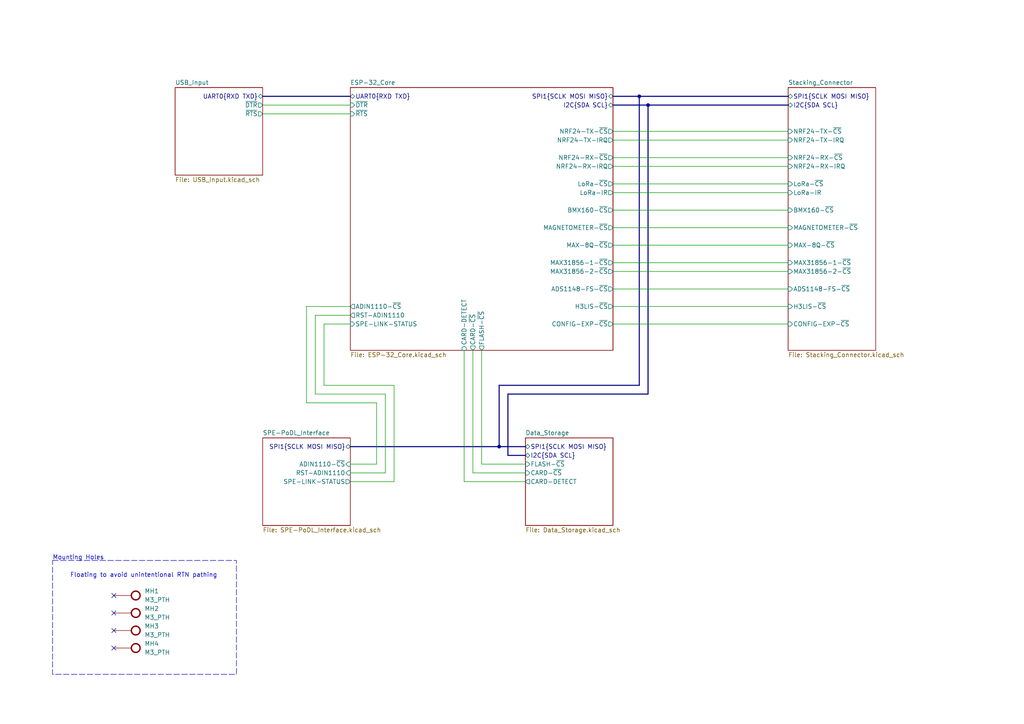
<source format=kicad_sch>
(kicad_sch (version 20230121) (generator eeschema)
  (paper "A4")
  (title_block (title "Overview") (date "2024-01-21") (rev "1.0.1"))
  (lib_symbols
    (symbol "Skyhawkson-Connectors:M3_PTH" (in_bom no)
      (property "Reference" "MH" (at 6.35 1.27 0))
      (property "Value" "M3_PTH" (at 6.35 -2.54 0))
      (symbol "M3_PTH_0_1"
        (circle (center 6.35 0) (radius 1.27) (stroke (width 0.4)))
      )
      (symbol "M3_PTH_1_1"
        (pin passive line (at 0 0 0) (length 5.08) (name "1") (number "1"))
      )
    )
  )
  (junction (at 187.96 30.48))
  (junction (at 144.78 129.54))
  (junction (at 185.42 27.94))
  (no_connect (at 33.02 187.96))
  (no_connect (at 33.02 182.88))
  (no_connect (at 33.02 172.72))
  (no_connect (at 33.02 177.8))
  (wire (pts (xy 177.8 93.98) (xy 228.6 93.98)))
  (wire (pts (xy 93.98 93.98) (xy 93.98 111.76)))
  (wire (pts (xy 177.8 53.34) (xy 228.6 53.34)))
  (wire (pts (xy 114.3 139.7) (xy 101.6 139.7)))
  (wire (pts (xy 177.8 88.9) (xy 228.6 88.9)))
  (wire (pts (xy 177.8 40.64) (xy 228.6 40.64)))
  (bus (pts (xy 185.42 27.94) (xy 228.6 27.94)))
  (bus (pts (xy 144.78 129.54) (xy 152.4 129.54)))
  (wire (pts (xy 134.62 139.7) (xy 152.4 139.7)))
  (wire (pts (xy 177.8 66.04) (xy 228.6 66.04)))
  (wire (pts (xy 137.16 101.6) (xy 137.16 137.16)))
  (wire (pts (xy 91.44 91.44) (xy 91.44 114.3)))
  (wire (pts (xy 101.6 93.98) (xy 93.98 93.98)))
  (wire (pts (xy 177.8 38.1) (xy 228.6 38.1)))
  (bus (pts (xy 147.32 114.3) (xy 147.32 132.08)))
  (wire (pts (xy 88.9 88.9) (xy 88.9 116.84)))
  (bus (pts (xy 76.2 27.94) (xy 101.6 27.94)))
  (wire (pts (xy 88.9 116.84) (xy 109.22 116.84)))
  (bus (pts (xy 101.6 129.54) (xy 144.78 129.54)))
  (wire (pts (xy 177.8 76.2) (xy 228.6 76.2)))
  (wire (pts (xy 109.22 116.84) (xy 109.22 134.62)))
  (wire (pts (xy 91.44 114.3) (xy 111.76 114.3)))
  (wire (pts (xy 101.6 91.44) (xy 91.44 91.44)))
  (wire (pts (xy 177.8 60.96) (xy 228.6 60.96)))
  (wire (pts (xy 177.8 78.74) (xy 228.6 78.74)))
  (bus (pts (xy 144.78 111.76) (xy 144.78 129.54)))
  (bus (pts (xy 144.78 111.76) (xy 185.42 111.76)))
  (wire (pts (xy 88.9 88.9) (xy 101.6 88.9)))
  (wire (pts (xy 134.62 101.6) (xy 134.62 139.7)))
  (bus (pts (xy 177.8 27.94) (xy 185.42 27.94)))
  (wire (pts (xy 93.98 111.76) (xy 114.3 111.76)))
  (wire (pts (xy 111.76 137.16) (xy 101.6 137.16)))
  (bus (pts (xy 187.96 114.3) (xy 147.32 114.3)))
  (wire (pts (xy 137.16 137.16) (xy 152.4 137.16)))
  (wire (pts (xy 177.8 45.72) (xy 228.6 45.72)))
  (wire (pts (xy 76.2 30.48) (xy 101.6 30.48)))
  (bus (pts (xy 177.8 30.48) (xy 187.96 30.48)))
  (wire (pts (xy 109.22 134.62) (xy 101.6 134.62)))
  (bus (pts (xy 187.96 30.48) (xy 187.96 114.3)))
  (bus (pts (xy 187.96 30.48) (xy 228.6 30.48)))
  (wire (pts (xy 177.8 71.12) (xy 228.6 71.12)))
  (wire (pts (xy 177.8 55.88) (xy 228.6 55.88)))
  (wire (pts (xy 177.8 48.26) (xy 228.6 48.26)))
  (wire (pts (xy 76.2 33.02) (xy 101.6 33.02)))
  (bus (pts (xy 147.32 132.08) (xy 152.4 132.08)))
  (wire (pts (xy 177.8 83.82) (xy 228.6 83.82)))
  (wire (pts (xy 139.7 101.6) (xy 139.7 134.62)))
  (wire (pts (xy 139.7 134.62) (xy 152.4 134.62)))
  (wire (pts (xy 111.76 114.3) (xy 111.76 137.16)))
  (bus (pts (xy 185.42 27.94) (xy 185.42 111.76)))
  (wire (pts (xy 114.3 111.76) (xy 114.3 139.7)))
  (rectangle (start 15.24 162.56) (end 68.58 195.58) (stroke (width 0) (type dash)))
  (text "Mounting Holes" (at 15.24 162.56 0) (effects (font (size 1.27 1.27)) (justify left bottom)))
  (text "Floating to avoid unintentional RTN pathing" (at 20.32 167.64 0) (effects (font (size 1.27 1.27)) (justify left bottom)))
  (symbol (lib_id "Skyhawkson-Connectors:M3_PTH") (at 33.02 187.96 0) (unit 1) (in_bom no)
    (property "Reference" "MH4" (at 41.91 186.69 0) (effects (justify left)))
    (property "Value" "M3_PTH" (at 41.91 189.23 0) (effects (justify left)))
    (property "Footprint" "Skyhawkson_Footprints:GENERIC_MH_M3" (effects hide))
  )
  (symbol (lib_id "Skyhawkson-Connectors:M3_PTH") (at 33.02 182.88 0) (unit 1) (in_bom no)
    (property "Reference" "MH3" (at 41.91 181.61 0) (effects (justify left)))
    (property "Value" "M3_PTH" (at 41.91 184.15 0) (effects (justify left)))
    (property "Footprint" "Skyhawkson_Footprints:GENERIC_MH_M3" (effects hide))
  )
  (symbol (lib_id "Skyhawkson-Connectors:M3_PTH") (at 33.02 177.8 0) (unit 1) (in_bom no)
    (property "Reference" "MH2" (at 41.91 176.53 0) (effects (justify left)))
    (property "Value" "M3_PTH" (at 41.91 179.07 0) (effects (justify left)))
    (property "Footprint" "Skyhawkson_Footprints:GENERIC_MH_M3" (effects hide))
  )
  (symbol (lib_id "Skyhawkson-Connectors:M3_PTH") (at 33.02 172.72 0) (unit 1) (in_bom no)
    (property "Reference" "MH1" (at 41.91 171.45 0) (effects (justify left)))
    (property "Value" "M3_PTH" (at 41.91 173.99 0) (effects (justify left)))
    (property "Footprint" "Skyhawkson_Footprints:GENERIC_MH_M3" (effects hide))
  )
  (sheet (at 76.2 127) (size 25.4 25.4) (stroke (width 0.1524))
    (property "Sheetname" "SPE-PoDL_Interface" (at 76.2 126.2884 0) (effects (justify left bottom)))
    (property "Sheetfile" "SPE-PoDL_Interface.kicad_sch" (at 76.2 152.9846 0) (effects (justify left top)))
    (pin "SPI1{SCLK MOSI MISO}" bidirectional (at 101.6 129.54 0))
    (pin "RST-ADIN1110" input (at 101.6 137.16 0))
    (pin "SPE-LINK-STATUS" output (at 101.6 139.7 0))
    (pin "ADIN1110-~{CS}" input (at 101.6 134.62 0))
  )
  (sheet (at 101.6 25.4) (size 76.2 76.2) (stroke (width 0.1524))
    (property "Sheetname" "ESP-32_Core" (at 101.6 24.6884 0) (effects (justify left bottom)))
    (property "Sheetfile" "ESP-32_Core.kicad_sch" (at 101.6 102.1846 0) (effects (justify left top)))
    (pin "SPI1{SCLK MOSI MISO}" bidirectional (at 177.8 27.94 0))
    (pin "UART0{RXD TXD}" bidirectional (at 101.6 27.94 180))
    (pin "~{DTR}" input (at 101.6 30.48 180))
    (pin "~{RTS}" input (at 101.6 33.02 180))
    (pin "I2C{SDA SCL}" bidirectional (at 177.8 30.48 0))
    (pin "CONFIG-EXP-~{CS}" output (at 177.8 93.98 0))
    (pin "MAX-8Q-~{CS}" output (at 177.8 71.12 0))
    (pin "BMX160-~{CS}" output (at 177.8 60.96 0))
    (pin "ADS1148-FS-~{CS}" output (at 177.8 83.82 0))
    (pin "MAGNETOMETER-~{CS}" output (at 177.8 66.04 0))
    (pin "MAX31856-1-~{CS}" output (at 177.8 76.2 0))
    (pin "MAX31856-2-~{CS}" output (at 177.8 78.74 0))
    (pin "NRF24-RX-~{CS}" output (at 177.8 45.72 0))
    (pin "NRF24-TX-~{CS}" output (at 177.8 38.1 0))
    (pin "NRF24-RX-IRQ" output (at 177.8 48.26 0))
    (pin "LoRa-~{CS}" output (at 177.8 53.34 0))
    (pin "NRF24-TX-IRQ" output (at 177.8 40.64 0))
    (pin "LoRa-IR" output (at 177.8 55.88 0))
    (pin "RST-ADIN1110" output (at 101.6 91.44 180))
    (pin "SPE-LINK-STATUS" input (at 101.6 93.98 180))
    (pin "CARD-DETECT" input (at 134.62 101.6 270))
    (pin "FLASH-~{CS}" output (at 139.7 101.6 270))
    (pin "CARD-~{CS}" output (at 137.16 101.6 270))
    (pin "H3LIS-~{CS}" output (at 177.8 88.9 0))
    (pin "ADIN1110-~{CS}" output (at 101.6 88.9 180))
  )
  (sheet (at 152.4 127) (size 25.4 25.4) (stroke (width 0.1524))
    (property "Sheetname" "Data_Storage" (at 152.4 126.2884 0) (effects (justify left bottom)))
    (property "Sheetfile" "Data_Storage.kicad_sch" (at 152.4 152.9846 0) (effects (justify left top)))
    (pin "SPI1{SCLK MOSI MISO}" bidirectional (at 152.4 129.54 180))
    (pin "CARD-DETECT" output (at 152.4 139.7 180))
    (pin "I2C{SDA SCL}" bidirectional (at 152.4 132.08 180))
    (pin "CARD-~{CS}" input (at 152.4 137.16 180))
    (pin "FLASH-~{CS}" input (at 152.4 134.62 180))
  )
  (sheet (at 228.6 25.4) (size 25.4 76.2) (stroke (width 0.1524))
    (property "Sheetname" "Stacking_Connector" (at 228.6 24.6884 0) (effects (justify left bottom)))
    (property "Sheetfile" "Stacking_Connector.kicad_sch" (at 228.6 102.1846 0) (effects (justify left top)))
    (pin "LoRa-IR" input (at 228.6 55.88 180))
    (pin "NRF24-TX-IRQ" input (at 228.6 40.64 180))
    (pin "NRF24-RX-IRQ" input (at 228.6 48.26 180))
    (pin "BMX160-~{CS}" input (at 228.6 60.96 180))
    (pin "MAGNETOMETER-~{CS}" input (at 228.6 66.04 180))
    (pin "MAX-8Q-~{CS}" input (at 228.6 71.12 180))
    (pin "CONFIG-EXP-~{CS}" input (at 228.6 93.98 180))
    (pin "MAX31856-2-~{CS}" input (at 228.6 78.74 180))
    (pin "ADS1148-FS-~{CS}" input (at 228.6 83.82 180))
    (pin "MAX31856-1-~{CS}" input (at 228.6 76.2 180))
    (pin "NRF24-TX-~{CS}" input (at 228.6 38.1 180))
    (pin "I2C{SDA SCL}" bidirectional (at 228.6 30.48 180))
    (pin "SPI1{SCLK MOSI MISO}" bidirectional (at 228.6 27.94 180))
    (pin "NRF24-RX-~{CS}" input (at 228.6 45.72 180))
    (pin "LoRa-~{CS}" input (at 228.6 53.34 180))
    (pin "H3LIS-~{CS}" input (at 228.6 88.9 180))
  )
  (sheet (at 50.8 25.4) (size 25.4 25.4) (stroke (width 0.1524))
    (property "Sheetname" "USB_Input" (at 50.8 24.6884 0) (effects (justify left bottom)))
    (property "Sheetfile" "USB_Input.kicad_sch" (at 50.8 51.3846 0) (effects (justify left top)))
    (pin "~{DTR}" output (at 76.2 30.48 0))
    (pin "~{RTS}" output (at 76.2 33.02 0))
    (pin "UART0{RXD TXD}" bidirectional (at 76.2 27.94 0))
  )
)
</source>
